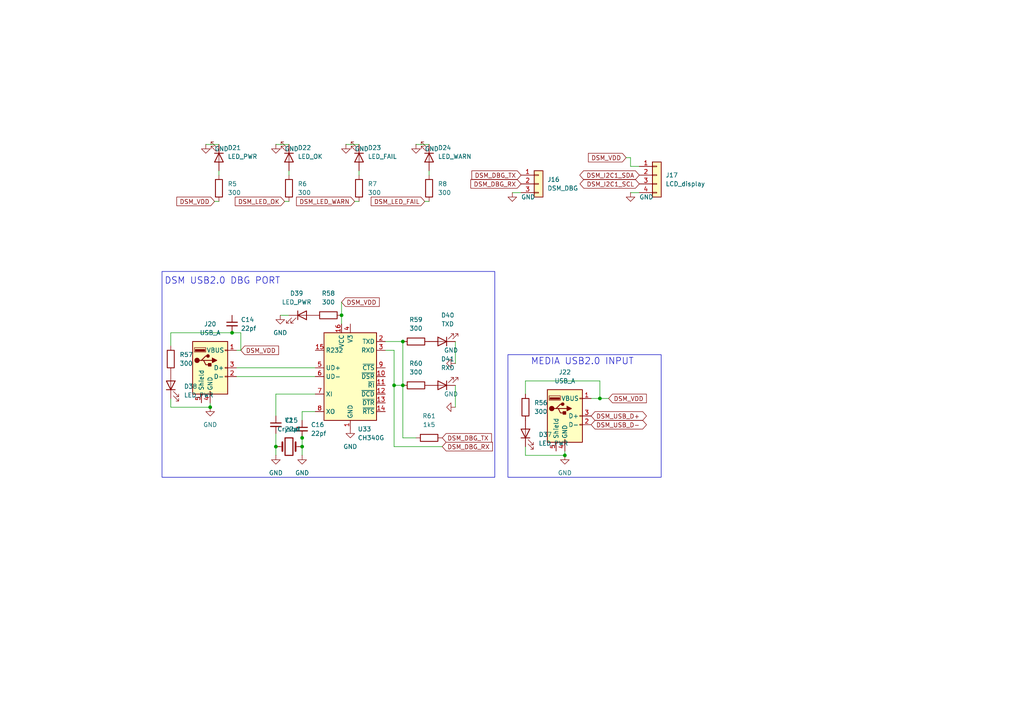
<source format=kicad_sch>
(kicad_sch (version 20250114) (generator "eeschema") (generator_version "9.0")
  (paper "A4")
  (lib_symbols
    (symbol "Connector:USB_A" (pin_names (offset 1.016))
      (property "Reference" "J" (at -5.08 11.43 0))
      (property "Value" "USB_A" (at -5.08 8.89 0))
      (symbol "USB_A_0_1"
        (rectangle (start -5.08 -7.62) (end 5.08 7.62) (stroke (width 0.254)) (fill (type background)))
        (circle (center -3.81 2.159) (radius 0.635) (stroke (width 0.254)) (fill (type outline)))
        (polyline (pts (xy -3.175 2.159) (xy -2.54 2.159) (xy -1.27 3.429) (xy -0.635 3.429)) (stroke (width 0.254)))
        (polyline (pts (xy -2.54 2.159) (xy -1.905 2.159) (xy -1.27 0.889) (xy 0 0.889)) (stroke (width 0.254)))
        (rectangle (start -1.524 4.826) (end -4.318 5.334) (fill (type outline)))
        (rectangle (start -1.27 4.572) (end -4.572 5.842))
        (circle (center -0.635 3.429) (radius 0.381) (stroke (width 0.254)) (fill (type outline)))
        (rectangle (start -0.127 -7.62) (end 0.127 -6.858))
        (rectangle (start 0.254 1.27) (end -0.508 0.508) (stroke (width 0.254)) (fill (type outline)))
        (polyline (pts (xy 0.635 2.794) (xy 0.635 1.524) (xy 1.905 2.159) (xy 0.635 2.794)) (stroke (width 0.254)) (fill (type outline)))
        (rectangle (start 5.08 4.953) (end 4.318 5.207))
        (rectangle (start 5.08 -0.127) (end 4.318 0.127))
        (rectangle (start 5.08 -2.667) (end 4.318 -2.413))
      )
      (symbol "USB_A_1_1"
        (polyline (pts (xy -1.905 2.159) (xy 0.635 2.159)) (stroke (width 0.254)))
        (pin passive line (at -2.54 -10.16 90) (length 2.54) (name "Shield") (number "5"))
        (pin power_in line (at 0 -10.16 90) (length 2.54) (name "GND") (number "4"))
        (pin power_in line (at 7.62 5.08 180) (length 2.54) (name "VBUS") (number "1"))
        (pin bidirectional line (at 7.62 0 180) (length 2.54) (name "D+") (number "3"))
        (pin bidirectional line (at 7.62 -2.54 180) (length 2.54) (name "D-") (number "2"))
      )
    )
    (symbol "Connector_Generic:Conn_01x03" (pin_names (offset 1.016) (hide yes))
      (property "Reference" "J" (at 0 5.08 0))
      (property "Value" "Conn_01x03" (at 0 -5.08 0))
      (symbol "Conn_01x03_1_1"
        (rectangle (start -1.27 3.81) (end 1.27 -3.81) (stroke (width 0.254)) (fill (type background)))
        (rectangle (start -1.27 2.667) (end 0 2.413) (stroke (width 0.1524)))
        (rectangle (start -1.27 0.127) (end 0 -0.127) (stroke (width 0.1524)))
        (rectangle (start -1.27 -2.413) (end 0 -2.667) (stroke (width 0.1524)))
        (pin passive line (at -5.08 2.54 0) (length 3.81) (name "Pin_1") (number "1"))
        (pin passive line (at -5.08 0 0) (length 3.81) (name "Pin_2") (number "2"))
        (pin passive line (at -5.08 -2.54 0) (length 3.81) (name "Pin_3") (number "3"))
      )
    )
    (symbol "Connector_Generic:Conn_01x04" (pin_names (offset 1.016) (hide yes))
      (property "Reference" "J" (at 0 5.08 0))
      (property "Value" "Conn_01x04" (at 0 -7.62 0))
      (symbol "Conn_01x04_1_1"
        (rectangle (start -1.27 3.81) (end 1.27 -6.35) (stroke (width 0.254)) (fill (type background)))
        (rectangle (start -1.27 2.667) (end 0 2.413) (stroke (width 0.1524)))
        (rectangle (start -1.27 0.127) (end 0 -0.127) (stroke (width 0.1524)))
        (rectangle (start -1.27 -2.413) (end 0 -2.667) (stroke (width 0.1524)))
        (rectangle (start -1.27 -4.953) (end 0 -5.207) (stroke (width 0.1524)))
        (pin passive line (at -5.08 2.54 0) (length 3.81) (name "Pin_1") (number "1"))
        (pin passive line (at -5.08 0 0) (length 3.81) (name "Pin_2") (number "2"))
        (pin passive line (at -5.08 -2.54 0) (length 3.81) (name "Pin_3") (number "3"))
        (pin passive line (at -5.08 -5.08 0) (length 3.81) (name "Pin_4") (number "4"))
      )
    )
    (symbol "Device:C_Small" (pin_numbers (hide yes)) (pin_names (offset 0.254) (hide yes))
      (property "Reference" "C" (at 0.254 1.778 0))
      (property "Value" "C_Small" (at 0.254 -2.032 0))
      (symbol "C_Small_0_1"
        (polyline (pts (xy -1.524 0.508) (xy 1.524 0.508)) (stroke (width 0.3048)))
        (polyline (pts (xy -1.524 -0.508) (xy 1.524 -0.508)) (stroke (width 0.3302)))
      )
      (symbol "C_Small_1_1"
        (pin passive line (at 0 2.54 270) (length 2.032) (name "~") (number "1"))
        (pin passive line (at 0 -2.54 90) (length 2.032) (name "~") (number "2"))
      )
    )
    (symbol "Device:Crystal" (pin_numbers (hide yes)) (pin_names (offset 1.016) (hide yes))
      (property "Reference" "Y" (at 0 3.81 0))
      (property "Value" "Crystal" (at 0 -3.81 0))
      (symbol "Crystal_0_1"
        (polyline (pts (xy -2.54 0) (xy -1.905 0)))
        (polyline (pts (xy -1.905 -1.27) (xy -1.905 1.27)) (stroke (width 0.508)))
        (rectangle (start -1.143 2.54) (end 1.143 -2.54) (stroke (width 0.3048)))
        (polyline (pts (xy 1.905 -1.27) (xy 1.905 1.27)) (stroke (width 0.508)))
        (polyline (pts (xy 2.54 0) (xy 1.905 0)))
      )
      (symbol "Crystal_1_1"
        (pin passive line (at -3.81 0 0) (length 1.27) (name "1") (number "1"))
        (pin passive line (at 3.81 0 180) (length 1.27) (name "2") (number "2"))
      )
    )
    (symbol "Device:LED" (pin_numbers (hide yes)) (pin_names (offset 1.016) (hide yes))
      (property "Reference" "D" (at 0 2.54 0))
      (property "Value" "LED" (at 0 -2.54 0))
      (symbol "LED_0_1"
        (polyline (pts (xy -3.048 -0.762) (xy -4.572 -2.286) (xy -3.81 -2.286) (xy -4.572 -2.286) (xy -4.572 -1.524)))
        (polyline (pts (xy -1.778 -0.762) (xy -3.302 -2.286) (xy -2.54 -2.286) (xy -3.302 -2.286) (xy -3.302 -1.524)))
        (polyline (pts (xy -1.27 0) (xy 1.27 0)))
        (polyline (pts (xy -1.27 -1.27) (xy -1.27 1.27)) (stroke (width 0.254)))
        (polyline (pts (xy 1.27 -1.27) (xy 1.27 1.27) (xy -1.27 0) (xy 1.27 -1.27)) (stroke (width 0.254)))
      )
      (symbol "LED_1_1"
        (pin passive line (at -3.81 0 0) (length 2.54) (name "K") (number "1"))
        (pin passive line (at 3.81 0 180) (length 2.54) (name "A") (number "2"))
      )
    )
    (symbol "Device:R" (pin_numbers (hide yes)) (pin_names (offset 0))
      (property "Reference" "R" (at 2.032 0 90))
      (property "Value" "R" (at 0 0 90))
      (symbol "R_0_1"
        (rectangle (start -1.016 -2.54) (end 1.016 2.54) (stroke (width 0.254)))
      )
      (symbol "R_1_1"
        (pin passive line (at 0 3.81 270) (length 1.27) (name "~") (number "1"))
        (pin passive line (at 0 -3.81 90) (length 1.27) (name "~") (number "2"))
      )
    )
    (symbol "Interface_USB:CH340G"
      (property "Reference" "U" (at -5.08 13.97 0))
      (property "Value" "CH340G" (at 1.27 13.97 0))
      (symbol "CH340G_0_1"
        (rectangle (start -7.62 12.7) (end 7.62 -12.7) (stroke (width 0.254)) (fill (type background)))
      )
      (symbol "CH340G_1_1"
        (pin input line (at -10.16 7.62 0) (length 2.54) (name "R232") (number "15"))
        (pin bidirectional line (at -10.16 2.54 0) (length 2.54) (name "UD+") (number "5"))
        (pin bidirectional line (at -10.16 0 0) (length 2.54) (name "UD-") (number "6"))
        (pin input line (at -10.16 -5.08 0) (length 2.54) (name "XI") (number "7"))
        (pin output line (at -10.16 -10.16 0) (length 2.54) (name "XO") (number "8"))
        (pin power_in line (at -2.54 15.24 270) (length 2.54) (name "VCC") (number "16"))
        (pin power_out line (at 0 15.24 270) (length 2.54) (name "V3") (number "4"))
        (pin power_in line (at 0 -15.24 90) (length 2.54) (name "GND") (number "1"))
        (pin output line (at 10.16 10.16 180) (length 2.54) (name "TXD") (number "2"))
        (pin input line (at 10.16 7.62 180) (length 2.54) (name "RXD") (number "3"))
        (pin input line (at 10.16 2.54 180) (length 2.54) (name "~{CTS}") (number "9"))
        (pin input line (at 10.16 0 180) (length 2.54) (name "~{DSR}") (number "10"))
        (pin input line (at 10.16 -2.54 180) (length 2.54) (name "~{RI}") (number "11"))
        (pin input line (at 10.16 -5.08 180) (length 2.54) (name "~{DCD}") (number "12"))
        (pin output line (at 10.16 -7.62 180) (length 2.54) (name "~{DTR}") (number "13"))
        (pin output line (at 10.16 -10.16 180) (length 2.54) (name "~{RTS}") (number "14"))
      )
    )
    (symbol "power:GND" (power) (pin_numbers (hide yes)) (pin_names (offset 0) (hide yes))
      (property "Value" "GND" (at 0 -3.81 0))
      (symbol "GND_0_1"
        (polyline (pts (xy 0 0) (xy 0 -1.27) (xy 1.27 -1.27) (xy 0 -2.54) (xy -1.27 -1.27) (xy 0 -1.27)))
      )
      (symbol "GND_1_1"
        (pin power_in line (at 0 0 270) (length 0) (name "~") (number "1"))
      )
    )
  )
  (rectangle (start 147.32 102.87) (end 191.77 138.43))
  (rectangle (start 46.99 78.74) (end 143.51 138.43))
  (text "MEDIA USB2.0 INPUT" (at 168.91 104.902 0) (effects (font (size 1.905 1.905))))
  (text "DSM USB2.0 DBG PORT" (at 64.516 81.534 0) (effects (font (size 1.905 1.905))))
  (junction (at 173.99 115.57))
  (junction (at 87.63 129.54))
  (junction (at 87.63 127))
  (junction (at 116.84 99.06))
  (junction (at 114.3 111.76))
  (junction (at 116.84 111.76))
  (junction (at 99.06 91.44))
  (junction (at 80.01 129.54))
  (junction (at 163.83 132.08))
  (junction (at 60.96 118.11))
  (junction (at 67.31 96.52))
  (wire (pts (xy 111.76 99.06) (xy 116.84 99.06)))
  (wire (pts (xy 69.85 101.6) (xy 68.58 101.6)))
  (wire (pts (xy 132.08 99.06) (xy 132.08 105.41)))
  (wire (pts (xy 123.19 58.42) (xy 124.46 58.42)))
  (wire (pts (xy 68.58 109.22) (xy 91.44 109.22)))
  (wire (pts (xy 182.88 55.88) (xy 185.42 55.88)))
  (wire (pts (xy 102.87 58.42) (xy 104.14 58.42)))
  (wire (pts (xy 60.96 118.11) (xy 60.96 116.84)))
  (wire (pts (xy 173.99 110.49) (xy 152.4 110.49)))
  (wire (pts (xy 111.76 101.6) (xy 114.3 101.6)))
  (wire (pts (xy 116.84 99.06) (xy 116.84 111.76)))
  (wire (pts (xy 69.85 96.52) (xy 69.85 101.6)))
  (wire (pts (xy 80.01 114.3) (xy 80.01 120.65)))
  (wire (pts (xy 80.01 132.08) (xy 80.01 129.54)))
  (wire (pts (xy 114.3 101.6) (xy 114.3 111.76)))
  (wire (pts (xy 62.23 58.42) (xy 63.5 58.42)))
  (wire (pts (xy 83.82 49.53) (xy 83.82 50.8)))
  (wire (pts (xy 173.99 115.57) (xy 171.45 115.57)))
  (wire (pts (xy 99.06 91.44) (xy 99.06 93.98)))
  (wire (pts (xy 181.61 45.72) (xy 182.88 45.72)))
  (wire (pts (xy 87.63 119.38) (xy 87.63 121.92)))
  (wire (pts (xy 114.3 129.54) (xy 128.27 129.54)))
  (wire (pts (xy 116.84 111.76) (xy 116.84 127)))
  (wire (pts (xy 80.01 114.3) (xy 91.44 114.3)))
  (wire (pts (xy 104.14 49.53) (xy 104.14 50.8)))
  (wire (pts (xy 60.96 118.11) (xy 49.53 118.11)))
  (wire (pts (xy 49.53 96.52) (xy 49.53 100.33)))
  (wire (pts (xy 132.08 111.76) (xy 132.08 118.11)))
  (wire (pts (xy 163.83 132.08) (xy 163.83 130.81)))
  (wire (pts (xy 82.55 58.42) (xy 83.82 58.42)))
  (wire (pts (xy 80.01 41.91) (xy 83.82 41.91)))
  (wire (pts (xy 87.63 129.54) (xy 87.63 132.08)))
  (wire (pts (xy 67.31 96.52) (xy 49.53 96.52)))
  (wire (pts (xy 99.06 87.63) (xy 99.06 91.44)))
  (wire (pts (xy 116.84 127) (xy 120.65 127)))
  (wire (pts (xy 81.28 91.44) (xy 83.82 91.44)))
  (wire (pts (xy 49.53 118.11) (xy 49.53 115.57)))
  (wire (pts (xy 120.65 41.91) (xy 124.46 41.91)))
  (wire (pts (xy 148.59 55.88) (xy 151.13 55.88)))
  (wire (pts (xy 163.83 132.08) (xy 152.4 132.08)))
  (wire (pts (xy 68.58 106.68) (xy 91.44 106.68)))
  (wire (pts (xy 100.33 41.91) (xy 104.14 41.91)))
  (wire (pts (xy 152.4 132.08) (xy 152.4 129.54)))
  (wire (pts (xy 114.3 111.76) (xy 116.84 111.76)))
  (wire (pts (xy 152.4 110.49) (xy 152.4 114.3)))
  (wire (pts (xy 63.5 49.53) (xy 63.5 50.8)))
  (wire (pts (xy 87.63 119.38) (xy 91.44 119.38)))
  (wire (pts (xy 69.85 96.52) (xy 67.31 96.52)))
  (wire (pts (xy 87.63 127) (xy 87.63 129.54)))
  (wire (pts (xy 87.63 125.73) (xy 87.63 127)))
  (wire (pts (xy 182.88 45.72) (xy 182.88 48.26)))
  (wire (pts (xy 114.3 111.76) (xy 114.3 129.54)))
  (wire (pts (xy 80.01 125.73) (xy 80.01 129.54)))
  (wire (pts (xy 173.99 110.49) (xy 173.99 115.57)))
  (wire (pts (xy 173.99 115.57) (xy 176.53 115.57)))
  (wire (pts (xy 182.88 48.26) (xy 185.42 48.26)))
  (wire (pts (xy 124.46 49.53) (xy 124.46 50.8)))
  (wire (pts (xy 59.69 41.91) (xy 63.5 41.91)))
  (global_label "DSM_LED_OK" (shape input) (at 82.55 58.42 180) (property "Intersheetrefs" "${INTERSHEET_REFS}" (effects (hide yes))))
  (global_label "DSM_USB_D-" (shape bidirectional) (at 171.45 123.19 0) (property "Intersheetrefs" "${INTERSHEET_REFS}" (effects (hide yes))))
  (global_label "DSM_VDD" (shape input) (at 69.85 101.6 0) (property "Intersheetrefs" "${INTERSHEET_REFS}" (effects (hide yes))))
  (global_label "DSM_VDD" (shape input) (at 176.53 115.57 0) (property "Intersheetrefs" "${INTERSHEET_REFS}" (effects (hide yes))))
  (global_label "DSM_I2C1_SCL" (shape bidirectional) (at 185.42 53.34 180) (property "Intersheetrefs" "${INTERSHEET_REFS}" (effects (hide yes))))
  (global_label "DSM_VDD" (shape input) (at 99.06 87.63 0) (property "Intersheetrefs" "${INTERSHEET_REFS}" (effects (hide yes))))
  (global_label "DSM_DBG_RX" (shape input) (at 128.27 129.54 0) (property "Intersheetrefs" "${INTERSHEET_REFS}" (effects (hide yes))))
  (global_label "DSM_DBG_TX" (shape input) (at 151.13 50.8 180) (property "Intersheetrefs" "${INTERSHEET_REFS}" (effects (hide yes))))
  (global_label "DSM_VDD" (shape input) (at 181.61 45.72 180) (property "Intersheetrefs" "${INTERSHEET_REFS}" (effects (hide yes))))
  (global_label "DSM_LED_WARN" (shape input) (at 102.87 58.42 180) (property "Intersheetrefs" "${INTERSHEET_REFS}" (effects (hide yes))))
  (global_label "DSM_LED_FAIL" (shape input) (at 123.19 58.42 180) (property "Intersheetrefs" "${INTERSHEET_REFS}" (effects (hide yes))))
  (global_label "DSM_DBG_RX" (shape input) (at 151.13 53.34 180) (property "Intersheetrefs" "${INTERSHEET_REFS}" (effects (hide yes))))
  (global_label "DSM_VDD" (shape input) (at 62.23 58.42 180) (property "Intersheetrefs" "${INTERSHEET_REFS}" (effects (hide yes))))
  (global_label "DSM_I2C1_SDA" (shape bidirectional) (at 185.42 50.8 180) (property "Intersheetrefs" "${INTERSHEET_REFS}" (effects (hide yes))))
  (global_label "DSM_USB_D+" (shape bidirectional) (at 171.45 120.65 0) (property "Intersheetrefs" "${INTERSHEET_REFS}" (effects (hide yes))))
  (global_label "DSM_DBG_TX" (shape input) (at 128.27 127 0) (property "Intersheetrefs" "${INTERSHEET_REFS}" (effects (hide yes))))
  (symbol (lib_id "Device:R") (at 120.65 111.76 90) (unit 1)
    (property "Reference" "R60" (at 120.65 105.41 90))
    (property "Value" "300" (at 120.65 107.95 90))
    (property "Footprint" "Resistor_SMD:R_0805_2012Metric_Pad1.20x1.40mm_HandSolder" (effects (hide yes)))
    (property "Description" "Resistor" (effects (hide yes)))
    (property "DigiKey_Part_Number" "311-10.0KCRCT-ND" (effects (hide yes)))
    (property "Price" "0.0129" (effects (hide yes)))
  )
  (symbol (lib_id "Device:R") (at 63.5 54.61 0) (unit 1)
    (property "Reference" "R5" (at 66.04 53.3399 0) (effects (justify left)))
    (property "Value" "300" (at 66.04 55.8799 0) (effects (justify left)))
    (property "Footprint" "Resistor_SMD:R_0805_2012Metric_Pad1.20x1.40mm_HandSolder" (effects (hide yes)))
    (property "Description" "Resistor" (effects (hide yes)))
    (property "DigiKey_Part_Number" "311-10.0KCRCT-ND" (effects (hide yes)))
    (property "Price" "0.0129" (effects (hide yes)))
  )
  (symbol (lib_id "Device:Crystal") (at 83.82 129.54 0) (unit 1)
    (property "Reference" "Y2" (at 83.82 121.92 0))
    (property "Value" "Crystal" (at 83.82 124.46 0))
    (property "Description" "Two pin crystal" (effects (hide yes)))
  )
  (symbol (lib_id "Device:R") (at 83.82 54.61 0) (unit 1)
    (property "Reference" "R6" (at 86.36 53.3399 0) (effects (justify left)))
    (property "Value" "300" (at 86.36 55.8799 0) (effects (justify left)))
    (property "Footprint" "Resistor_SMD:R_0805_2012Metric_Pad1.20x1.40mm_HandSolder" (effects (hide yes)))
    (property "Description" "Resistor" (effects (hide yes)))
    (property "DigiKey_Part_Number" "311-10.0KCRCT-ND" (effects (hide yes)))
    (property "Price" "0.0129" (effects (hide yes)))
  )
  (symbol (lib_id "Device:LED") (at 124.46 45.72 270) (unit 1)
    (property "Reference" "D24" (at 127 42.8624 90) (effects (justify left)))
    (property "Value" "LED_WARN" (at 127 45.4024 90) (effects (justify left)))
    (property "Footprint" "LED_SMD:LED_0603_1608Metric" (effects (hide yes)))
    (property "Description" "Light emitting diode" (effects (hide yes)))
    (property "Sim.Pins" "1=K 2=A" (effects (hide yes)))
  )
  (symbol (lib_id "Device:LED") (at 49.53 111.76 90) (unit 1)
    (property "Reference" "D38" (at 53.34 112.0774 90) (effects (justify right)))
    (property "Value" "LED_PWR" (at 53.34 114.6174 90) (effects (justify right)))
    (property "Footprint" "LED_SMD:LED_0603_1608Metric" (effects (hide yes)))
    (property "Description" "Light emitting diode" (effects (hide yes)))
    (property "Sim.Pins" "1=K 2=A" (effects (hide yes)))
  )
  (symbol (lib_id "Interface_USB:CH340G") (at 101.6 109.22 0) (unit 1)
    (property "Reference" "U33" (at 103.7433 124.46 0) (effects (justify left)))
    (property "Value" "CH340G" (at 103.7433 127 0) (effects (justify left)))
    (property "Footprint" "Package_SO:SOIC-16_3.9x9.9mm_P1.27mm" (effects (hide yes)))
    (property "Datasheet" "http://www.datasheet5.com/pdf-local-2195953" (effects (hide yes)))
    (property "Description" "USB serial converter, UART, SOIC-16" (effects (hide yes)))
  )
  (symbol (lib_id "Device:R") (at 124.46 54.61 0) (unit 1)
    (property "Reference" "R8" (at 127 53.3399 0) (effects (justify left)))
    (property "Value" "300" (at 127 55.8799 0) (effects (justify left)))
    (property "Footprint" "Resistor_SMD:R_0805_2012Metric_Pad1.20x1.40mm_HandSolder" (effects (hide yes)))
    (property "Description" "Resistor" (effects (hide yes)))
    (property "DigiKey_Part_Number" "311-10.0KCRCT-ND" (effects (hide yes)))
    (property "Price" "0.0129" (effects (hide yes)))
  )
  (symbol (lib_id "Device:R") (at 124.46 127 90) (unit 1)
    (property "Reference" "R61" (at 124.46 120.65 90))
    (property "Value" "1k5" (at 124.46 123.19 90))
    (property "Footprint" "Resistor_SMD:R_0805_2012Metric_Pad1.20x1.40mm_HandSolder" (effects (hide yes)))
    (property "Description" "Resistor" (effects (hide yes)))
    (property "DigiKey_Part_Number" "311-10.0KCRCT-ND" (effects (hide yes)))
    (property "Price" "0.0129" (effects (hide yes)))
  )
  (symbol (lib_id "power:GND") (at 132.08 118.11 270) (mirror x) (unit 1)
    (property "Reference" "#PWR0147" (effects (hide yes)))
    (property "Value" "GND" (at 130.81 114.3 90))
    (property "Description" "Power symbol creates a global label with name \"GND\" , ground" (effects (hide yes)))
  )
  (symbol (lib_id "power:GND") (at 100.33 41.91 0) (unit 1)
    (property "Reference" "#PWR096" (effects (hide yes)))
    (property "Value" "GND" (at 102.87 43.1799 0) (effects (justify left)))
    (property "Description" "Power symbol creates a global label with name \"GND\" , ground" (effects (hide yes)))
  )
  (symbol (lib_id "power:GND") (at 80.01 132.08 0) (mirror y) (unit 1)
    (property "Reference" "#PWR0142" (effects (hide yes)))
    (property "Value" "GND" (at 80.01 137.16 0))
    (property "Description" "Power symbol creates a global label with name \"GND\" , ground" (effects (hide yes)))
  )
  (symbol (lib_id "power:GND") (at 163.83 132.08 0) (unit 1)
    (property "Reference" "#PWR0140" (effects (hide yes)))
    (property "Value" "GND" (at 163.83 137.16 0))
    (property "Description" "Power symbol creates a global label with name \"GND\" , ground" (effects (hide yes)))
  )
  (symbol (lib_id "power:GND") (at 132.08 105.41 270) (mirror x) (unit 1)
    (property "Reference" "#PWR0146" (effects (hide yes)))
    (property "Value" "GND" (at 130.81 101.6 90))
    (property "Description" "Power symbol creates a global label with name \"GND\" , ground" (effects (hide yes)))
  )
  (symbol (lib_id "Device:LED") (at 63.5 45.72 270) (unit 1)
    (property "Reference" "D21" (at 66.04 42.8624 90) (effects (justify left)))
    (property "Value" "LED_PWR" (at 66.04 45.4024 90) (effects (justify left)))
    (property "Footprint" "LED_SMD:LED_0603_1608Metric" (effects (hide yes)))
    (property "Description" "Light emitting diode" (effects (hide yes)))
    (property "Sim.Pins" "1=K 2=A" (effects (hide yes)))
  )
  (symbol (lib_id "power:GND") (at 148.59 55.88 0) (unit 1)
    (property "Reference" "#PWR098" (effects (hide yes)))
    (property "Value" "GND" (at 151.13 57.1499 0) (effects (justify left)))
    (property "Description" "Power symbol creates a global label with name \"GND\" , ground" (effects (hide yes)))
  )
  (symbol (lib_id "power:GND") (at 80.01 41.91 0) (unit 1)
    (property "Reference" "#PWR028" (effects (hide yes)))
    (property "Value" "GND" (at 82.55 43.1799 0) (effects (justify left)))
    (property "Description" "Power symbol creates a global label with name \"GND\" , ground" (effects (hide yes)))
  )
  (symbol (lib_id "Device:R") (at 104.14 54.61 0) (unit 1)
    (property "Reference" "R7" (at 106.68 53.3399 0) (effects (justify left)))
    (property "Value" "300" (at 106.68 55.8799 0) (effects (justify left)))
    (property "Footprint" "Resistor_SMD:R_0805_2012Metric_Pad1.20x1.40mm_HandSolder" (effects (hide yes)))
    (property "Description" "Resistor" (effects (hide yes)))
    (property "DigiKey_Part_Number" "311-10.0KCRCT-ND" (effects (hide yes)))
    (property "Price" "0.0129" (effects (hide yes)))
  )
  (symbol (lib_id "power:GND") (at 60.96 118.11 0) (unit 1)
    (property "Reference" "#PWR0141" (effects (hide yes)))
    (property "Value" "GND" (at 60.96 123.19 0))
    (property "Description" "Power symbol creates a global label with name \"GND\" , ground" (effects (hide yes)))
  )
  (symbol (lib_id "Device:LED") (at 128.27 99.06 180) (unit 1)
    (property "Reference" "D40" (at 129.8575 91.44 0))
    (property "Value" "TXD" (at 129.8575 93.98 0))
    (property "Footprint" "LED_SMD:LED_0603_1608Metric" (effects (hide yes)))
    (property "Description" "Light emitting diode" (effects (hide yes)))
    (property "Sim.Pins" "1=K 2=A" (effects (hide yes)))
  )
  (symbol (lib_id "Device:R") (at 120.65 99.06 90) (unit 1)
    (property "Reference" "R59" (at 120.65 92.71 90))
    (property "Value" "300" (at 120.65 95.25 90))
    (property "Footprint" "Resistor_SMD:R_0805_2012Metric_Pad1.20x1.40mm_HandSolder" (effects (hide yes)))
    (property "Description" "Resistor" (effects (hide yes)))
    (property "DigiKey_Part_Number" "311-10.0KCRCT-ND" (effects (hide yes)))
    (property "Price" "0.0129" (effects (hide yes)))
  )
  (symbol (lib_id "Device:R") (at 152.4 118.11 180) (unit 1)
    (property "Reference" "R56" (at 154.94 116.8399 0) (effects (justify right)))
    (property "Value" "300" (at 154.94 119.3799 0) (effects (justify right)))
    (property "Footprint" "Resistor_SMD:R_0805_2012Metric_Pad1.20x1.40mm_HandSolder" (effects (hide yes)))
    (property "Description" "Resistor" (effects (hide yes)))
    (property "DigiKey_Part_Number" "311-10.0KCRCT-ND" (effects (hide yes)))
    (property "Price" "0.0129" (effects (hide yes)))
  )
  (symbol (lib_id "Device:LED") (at 83.82 45.72 270) (unit 1)
    (property "Reference" "D22" (at 86.36 42.8624 90) (effects (justify left)))
    (property "Value" "LED_OK" (at 86.36 45.4024 90) (effects (justify left)))
    (property "Footprint" "LED_SMD:LED_0603_1608Metric" (effects (hide yes)))
    (property "Description" "Light emitting diode" (effects (hide yes)))
    (property "Sim.Pins" "1=K 2=A" (effects (hide yes)))
  )
  (symbol (lib_id "Device:LED") (at 128.27 111.76 180) (unit 1)
    (property "Reference" "D41" (at 129.8575 104.14 0))
    (property "Value" "RXD" (at 129.8575 106.68 0))
    (property "Footprint" "LED_SMD:LED_0603_1608Metric" (effects (hide yes)))
    (property "Description" "Light emitting diode" (effects (hide yes)))
    (property "Sim.Pins" "1=K 2=A" (effects (hide yes)))
  )
  (symbol (lib_id "Connector_Generic:Conn_01x03") (at 156.21 53.34 0) (unit 1)
    (property "Reference" "J16" (at 158.75 52.0699 0) (effects (justify left)))
    (property "Value" "DSM_DBG" (at 158.75 54.6099 0) (effects (justify left)))
    (property "Footprint" "Connector_PinHeader_1.00mm:PinHeader_1x03_P1.00mm_Horizontal" (effects (hide yes)))
    (property "Description" "Generic connector, single row, 01x03, script generated (kicad-library-utils/schlib/autogen/connector/)" (effects (hide yes)))
  )
  (symbol (lib_id "Device:LED") (at 152.4 125.73 90) (unit 1)
    (property "Reference" "D37" (at 156.21 126.0474 90) (effects (justify right)))
    (property "Value" "LED_PWR" (at 156.21 128.5874 90) (effects (justify right)))
    (property "Footprint" "LED_SMD:LED_0603_1608Metric" (effects (hide yes)))
    (property "Description" "Light emitting diode" (effects (hide yes)))
    (property "Sim.Pins" "1=K 2=A" (effects (hide yes)))
  )
  (symbol (lib_id "power:GND") (at 101.6 124.46 0) (mirror y) (unit 1)
    (property "Reference" "#PWR0145" (effects (hide yes)))
    (property "Value" "GND" (at 101.6 129.54 0))
    (property "Description" "Power symbol creates a global label with name \"GND\" , ground" (effects (hide yes)))
  )
  (symbol (lib_id "power:GND") (at 87.63 132.08 0) (mirror y) (unit 1)
    (property "Reference" "#PWR0144" (effects (hide yes)))
    (property "Value" "GND" (at 87.63 137.16 0))
    (property "Description" "Power symbol creates a global label with name \"GND\" , ground" (effects (hide yes)))
  )
  (symbol (lib_id "Device:C_Small") (at 67.31 93.98 0) (unit 1)
    (property "Reference" "C14" (at 69.85 92.7162 0) (effects (justify left)))
    (property "Value" "22pf" (at 69.85 95.2562 0) (effects (justify left)))
    (property "Footprint" "Capacitor_SMD:C_0805_2012Metric" (effects (hide yes)))
    (property "Description" "Unpolarized capacitor, small symbol" (effects (hide yes)))
  )
  (symbol (lib_id "Connector:USB_A") (at 60.96 106.68 0) (unit 1)
    (property "Reference" "J20" (at 60.96 93.98 0))
    (property "Value" "USB_A" (at 60.96 96.52 0))
    (property "Footprint" "Connector_USB:USB_A_CNCTech_1001-011-01101_Horizontal" (effects (hide yes)))
    (property "Description" "USB Type A connector" (effects (hide yes)))
  )
  (symbol (lib_id "Device:R") (at 95.25 91.44 90) (unit 1)
    (property "Reference" "R58" (at 95.25 85.09 90))
    (property "Value" "300" (at 95.25 87.63 90))
    (property "Footprint" "Resistor_SMD:R_0805_2012Metric_Pad1.20x1.40mm_HandSolder" (effects (hide yes)))
    (property "Description" "Resistor" (effects (hide yes)))
    (property "DigiKey_Part_Number" "311-10.0KCRCT-ND" (effects (hide yes)))
    (property "Price" "0.0129" (effects (hide yes)))
  )
  (symbol (lib_id "Connector_Generic:Conn_01x04") (at 190.5 50.8 0) (unit 1)
    (property "Reference" "J17" (at 193.04 50.7999 0) (effects (justify left)))
    (property "Value" "LCD_display" (at 193.04 53.3399 0) (effects (justify left)))
    (property "Footprint" "Connector_PinHeader_1.00mm:PinHeader_1x04_P1.00mm_Vertical_SMD_Pin1Left" (effects (hide yes)))
    (property "Description" "Generic connector, single row, 01x04, script generated (kicad-library-utils/schlib/autogen/connector/)" (effects (hide yes)))
  )
  (symbol (lib_id "Device:C_Small") (at 80.01 123.19 0) (unit 1)
    (property "Reference" "C15" (at 82.55 121.9262 0) (effects (justify left)))
    (property "Value" "22pf" (at 82.55 124.4662 0) (effects (justify left)))
    (property "Footprint" "Capacitor_SMD:C_0805_2012Metric" (effects (hide yes)))
    (property "Description" "Unpolarized capacitor, small symbol" (effects (hide yes)))
  )
  (symbol (lib_id "power:GND") (at 120.65 41.91 0) (unit 1)
    (property "Reference" "#PWR097" (effects (hide yes)))
    (property "Value" "GND" (at 123.19 43.1799 0) (effects (justify left)))
    (property "Description" "Power symbol creates a global label with name \"GND\" , ground" (effects (hide yes)))
  )
  (symbol (lib_id "power:GND") (at 59.69 41.91 0) (unit 1)
    (property "Reference" "#PWR022" (effects (hide yes)))
    (property "Value" "GND" (at 62.23 43.1799 0) (effects (justify left)))
    (property "Description" "Power symbol creates a global label with name \"GND\" , ground" (effects (hide yes)))
  )
  (symbol (lib_id "power:GND") (at 81.28 91.44 0) (mirror y) (unit 1)
    (property "Reference" "#PWR0143" (effects (hide yes)))
    (property "Value" "GND" (at 81.28 96.52 0))
    (property "Description" "Power symbol creates a global label with name \"GND\" , ground" (effects (hide yes)))
  )
  (symbol (lib_id "Device:LED") (at 87.63 91.44 0) (unit 1)
    (property "Reference" "D39" (at 86.0425 85.09 0))
    (property "Value" "LED_PWR" (at 86.0425 87.63 0))
    (property "Footprint" "LED_SMD:LED_0603_1608Metric" (effects (hide yes)))
    (property "Description" "Light emitting diode" (effects (hide yes)))
    (property "Sim.Pins" "1=K 2=A" (effects (hide yes)))
  )
  (symbol (lib_id "Device:R") (at 49.53 104.14 180) (unit 1)
    (property "Reference" "R57" (at 52.07 102.8699 0) (effects (justify right)))
    (property "Value" "300" (at 52.07 105.4099 0) (effects (justify right)))
    (property "Footprint" "Resistor_SMD:R_0805_2012Metric_Pad1.20x1.40mm_HandSolder" (effects (hide yes)))
    (property "Description" "Resistor" (effects (hide yes)))
    (property "DigiKey_Part_Number" "311-10.0KCRCT-ND" (effects (hide yes)))
    (property "Price" "0.0129" (effects (hide yes)))
  )
  (symbol (lib_id "Device:LED") (at 104.14 45.72 270) (unit 1)
    (property "Reference" "D23" (at 106.68 42.8624 90) (effects (justify left)))
    (property "Value" "LED_FAIL" (at 106.68 45.4024 90) (effects (justify left)))
    (property "Footprint" "LED_SMD:LED_0603_1608Metric" (effects (hide yes)))
    (property "Description" "Light emitting diode" (effects (hide yes)))
    (property "Sim.Pins" "1=K 2=A" (effects (hide yes)))
  )
  (symbol (lib_id "Device:C_Small") (at 87.63 124.46 0) (unit 1)
    (property "Reference" "C16" (at 90.17 123.1962 0) (effects (justify left)))
    (property "Value" "22pf" (at 90.17 125.7362 0) (effects (justify left)))
    (property "Footprint" "Capacitor_SMD:C_0805_2012Metric" (effects (hide yes)))
    (property "Description" "Unpolarized capacitor, small symbol" (effects (hide yes)))
  )
  (symbol (lib_id "power:GND") (at 182.88 55.88 0) (unit 1)
    (property "Reference" "#PWR099" (effects (hide yes)))
    (property "Value" "GND" (at 185.42 57.1499 0) (effects (justify left)))
    (property "Description" "Power symbol creates a global label with name \"GND\" , ground" (effects (hide yes)))
  )
  (symbol (lib_id "Connector:USB_A") (at 163.83 120.65 0) (unit 1)
    (property "Reference" "J22" (at 163.83 107.95 0))
    (property "Value" "USB_A" (at 163.83 110.49 0))
    (property "Footprint" "Connector_USB:USB_A_CNCTech_1001-011-01101_Horizontal" (effects (hide yes)))
    (property "Description" "USB Type A connector" (effects (hide yes)))
  )
)
</source>
